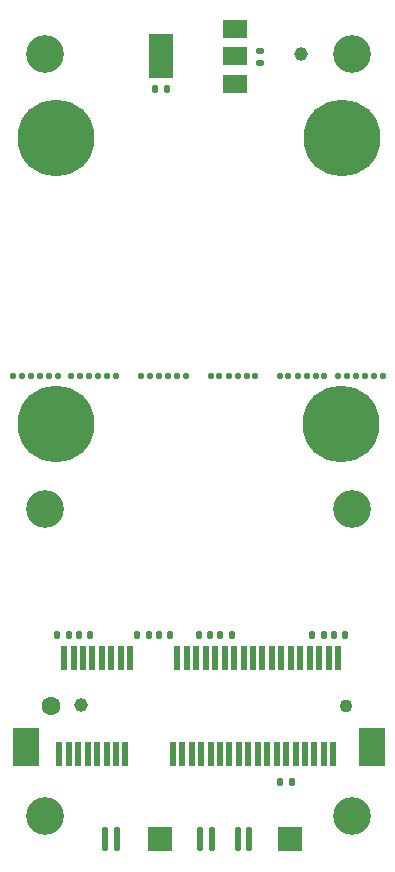
<source format=gts>
%TF.GenerationSoftware,KiCad,Pcbnew,7.0.11-2.fc39*%
%TF.CreationDate,2024-03-16T22:06:29+01:00*%
%TF.ProjectId,mini-pcie-breakout,6d696e69-2d70-4636-9965-2d627265616b,rev?*%
%TF.SameCoordinates,Original*%
%TF.FileFunction,Soldermask,Top*%
%TF.FilePolarity,Negative*%
%FSLAX46Y46*%
G04 Gerber Fmt 4.6, Leading zero omitted, Abs format (unit mm)*
G04 Created by KiCad (PCBNEW 7.0.11-2.fc39) date 2024-03-16 22:06:29*
%MOMM*%
%LPD*%
G01*
G04 APERTURE LIST*
G04 Aperture macros list*
%AMRoundRect*
0 Rectangle with rounded corners*
0 $1 Rounding radius*
0 $2 $3 $4 $5 $6 $7 $8 $9 X,Y pos of 4 corners*
0 Add a 4 corners polygon primitive as box body*
4,1,4,$2,$3,$4,$5,$6,$7,$8,$9,$2,$3,0*
0 Add four circle primitives for the rounded corners*
1,1,$1+$1,$2,$3*
1,1,$1+$1,$4,$5*
1,1,$1+$1,$6,$7*
1,1,$1+$1,$8,$9*
0 Add four rect primitives between the rounded corners*
20,1,$1+$1,$2,$3,$4,$5,0*
20,1,$1+$1,$4,$5,$6,$7,0*
20,1,$1+$1,$6,$7,$8,$9,0*
20,1,$1+$1,$8,$9,$2,$3,0*%
G04 Aperture macros list end*
%ADD10C,0.550000*%
%ADD11C,3.200000*%
%ADD12R,2.000000X2.000000*%
%ADD13RoundRect,0.125000X-0.125000X-0.875000X0.125000X-0.875000X0.125000X0.875000X-0.125000X0.875000X0*%
%ADD14RoundRect,0.140000X-0.140000X-0.170000X0.140000X-0.170000X0.140000X0.170000X-0.140000X0.170000X0*%
%ADD15C,1.152000*%
%ADD16RoundRect,0.140000X-0.170000X0.140000X-0.170000X-0.140000X0.170000X-0.140000X0.170000X0.140000X0*%
%ADD17R,2.300000X3.200000*%
%ADD18R,0.600000X2.000000*%
%ADD19C,1.100000*%
%ADD20C,1.600000*%
%ADD21RoundRect,0.135000X-0.135000X-0.185000X0.135000X-0.185000X0.135000X0.185000X-0.135000X0.185000X0*%
%ADD22R,2.000000X1.500000*%
%ADD23R,2.000000X3.800000*%
%ADD24RoundRect,0.140000X0.140000X0.170000X-0.140000X0.170000X-0.140000X-0.170000X0.140000X-0.170000X0*%
%ADD25C,6.500000*%
G04 APERTURE END LIST*
D10*
%TO.C,REF\u002A\u002A5*%
X71850000Y-58800000D03*
X72600000Y-58800000D03*
X73400000Y-58800000D03*
X74150000Y-58800000D03*
X74900000Y-58800000D03*
X75650000Y-58800000D03*
%TD*%
%TO.C,REF\u002A\u002A4*%
X70700000Y-58800000D03*
X69950000Y-58800000D03*
X69200000Y-58800000D03*
X68450000Y-58800000D03*
X67650000Y-58800000D03*
X66900000Y-58800000D03*
%TD*%
%TO.C,REF\u002A\u002A3*%
X61050000Y-58800000D03*
X61800000Y-58800000D03*
X62600000Y-58800000D03*
X63350000Y-58800000D03*
X64100000Y-58800000D03*
X64850000Y-58800000D03*
%TD*%
%TO.C,REF\u002A\u002A2*%
X55150000Y-58800000D03*
X55900000Y-58800000D03*
X56700000Y-58800000D03*
X57450000Y-58800000D03*
X58200000Y-58800000D03*
X58950000Y-58800000D03*
%TD*%
%TO.C,REF\u002A\u002A1*%
X49250000Y-58800000D03*
X50000000Y-58800000D03*
X50800000Y-58800000D03*
X51550000Y-58800000D03*
X52300000Y-58800000D03*
X53050000Y-58800000D03*
%TD*%
%TO.C,REF\u002A\u002A*%
X44300000Y-58800000D03*
X45050000Y-58800000D03*
X45850000Y-58800000D03*
X46600000Y-58800000D03*
X47350000Y-58800000D03*
X48100000Y-58800000D03*
%TD*%
D11*
%TO.C,H12*%
X73000000Y-70000000D03*
%TD*%
%TO.C,H11*%
X47000000Y-70000000D03*
%TD*%
D12*
%TO.C,TP2*%
X56750000Y-98000000D03*
%TD*%
D13*
%TO.C,J4*%
X52150000Y-98000000D03*
X53150000Y-98000000D03*
%TD*%
D14*
%TO.C,C5*%
X48070000Y-80700000D03*
X49030000Y-80700000D03*
%TD*%
D13*
%TO.C,J3*%
X63350000Y-98000000D03*
X64350000Y-98000000D03*
%TD*%
D11*
%TO.C,H7*%
X47000000Y-31500000D03*
%TD*%
%TO.C,H8*%
X47000000Y-96000000D03*
%TD*%
D15*
%TO.C,H9*%
X50110141Y-86650000D03*
%TD*%
D14*
%TO.C,C2*%
X69670000Y-80700000D03*
X70630000Y-80700000D03*
%TD*%
D16*
%TO.C,C8*%
X65250000Y-31290000D03*
X65250000Y-32250000D03*
%TD*%
D17*
%TO.C,J1*%
X74700000Y-90200000D03*
X45400000Y-90200000D03*
D18*
X71850000Y-82600000D03*
X71450000Y-90800000D03*
X71050000Y-82600000D03*
X70650000Y-90800000D03*
X70250000Y-82600000D03*
X69850000Y-90800000D03*
X69450000Y-82600000D03*
X69050000Y-90800000D03*
X68650000Y-82600000D03*
X68250000Y-90800000D03*
X67850000Y-82600000D03*
X67450000Y-90800000D03*
X67050000Y-82600000D03*
X66650000Y-90800000D03*
X66250000Y-82600000D03*
X65850000Y-90800000D03*
X65450000Y-82600000D03*
X65050000Y-90800000D03*
X64650000Y-82600000D03*
X64250000Y-90800000D03*
X63850000Y-82600000D03*
X63450000Y-90800000D03*
X63050000Y-82600000D03*
X62650000Y-90800000D03*
X62250000Y-82600000D03*
X61850000Y-90800000D03*
X61450000Y-82600000D03*
X61050000Y-90800000D03*
X60650000Y-82600000D03*
X60250000Y-90800000D03*
X59850000Y-82600000D03*
X59450000Y-90800000D03*
X59050000Y-82600000D03*
X58650000Y-90800000D03*
X58250000Y-82600000D03*
X57850000Y-90800000D03*
X54250000Y-82600000D03*
X53850000Y-90800000D03*
X53450000Y-82600000D03*
X53050000Y-90800000D03*
X52650000Y-82600000D03*
X52250000Y-90800000D03*
X51850000Y-82600000D03*
X51450000Y-90800000D03*
X51050000Y-82600000D03*
X50650000Y-90800000D03*
X50250000Y-82600000D03*
X49850000Y-90800000D03*
X49450000Y-82600000D03*
X49050000Y-90800000D03*
X48650000Y-82600000D03*
X48250000Y-90800000D03*
D19*
X72550000Y-86700000D03*
D20*
X47550000Y-86700000D03*
%TD*%
D12*
%TO.C,TP1*%
X67750000Y-98000000D03*
%TD*%
D14*
%TO.C,C10*%
X56670000Y-80700000D03*
X57630000Y-80700000D03*
%TD*%
D21*
%TO.C,R1*%
X54800000Y-80710000D03*
X55820000Y-80710000D03*
%TD*%
D22*
%TO.C,U1*%
X63150000Y-34000000D03*
D23*
X56850000Y-31700000D03*
D22*
X63150000Y-31700000D03*
X63150000Y-29400000D03*
%TD*%
D14*
%TO.C,C1*%
X60070000Y-80700000D03*
X61030000Y-80700000D03*
%TD*%
D15*
%TO.C,H10*%
X68750000Y-31500000D03*
%TD*%
D14*
%TO.C,C9*%
X56389999Y-34500000D03*
X57349999Y-34500000D03*
%TD*%
%TO.C,C4*%
X66970000Y-93150000D03*
X67930000Y-93150000D03*
%TD*%
D11*
%TO.C,H5*%
X73000000Y-31500000D03*
%TD*%
D13*
%TO.C,J2*%
X60150000Y-98000000D03*
X61150000Y-98000000D03*
%TD*%
D24*
%TO.C,C6*%
X62830000Y-80700000D03*
X61870000Y-80700000D03*
%TD*%
D25*
%TO.C,H3*%
X72100000Y-62800000D03*
%TD*%
D24*
%TO.C,C3*%
X72430000Y-80700000D03*
X71470000Y-80700000D03*
%TD*%
%TO.C,C7*%
X50880000Y-80700000D03*
X49920000Y-80700000D03*
%TD*%
D25*
%TO.C,H4*%
X48000000Y-62800000D03*
%TD*%
D11*
%TO.C,H6*%
X73000000Y-96000000D03*
%TD*%
D25*
%TO.C,H2*%
X47950000Y-38650000D03*
%TD*%
%TO.C,H1*%
X72150000Y-38650000D03*
%TD*%
M02*

</source>
